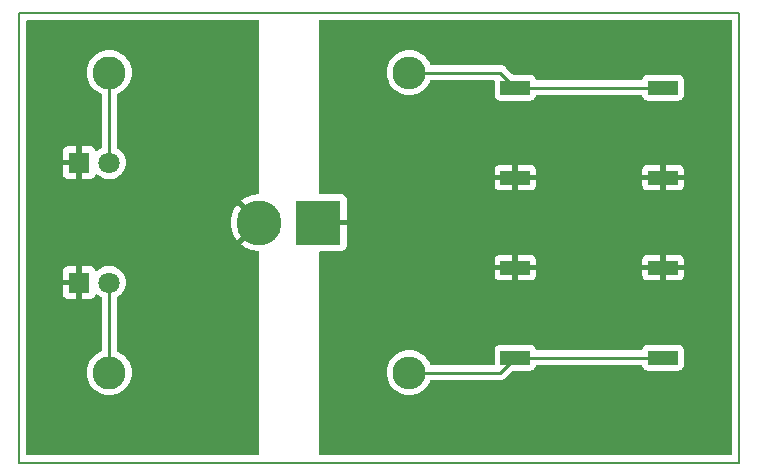
<source format=gbr>
%TF.GenerationSoftware,KiCad,Pcbnew,(7.0.0)*%
%TF.CreationDate,2023-04-15T14:43:57-07:00*%
%TF.ProjectId,LEDButton,4c454442-7574-4746-9f6e-2e6b69636164,rev?*%
%TF.SameCoordinates,Original*%
%TF.FileFunction,Profile,NP*%
%FSLAX46Y46*%
G04 Gerber Fmt 4.6, Leading zero omitted, Abs format (unit mm)*
G04 Created by KiCad (PCBNEW (7.0.0)) date 2023-04-15 14:43:57*
%MOMM*%
%LPD*%
G01*
G04 APERTURE LIST*
%TA.AperFunction,NonConductor*%
%ADD10C,0.200000*%
%TD*%
%TA.AperFunction,ComponentPad*%
%ADD11R,3.800000X3.800000*%
%TD*%
%TA.AperFunction,ComponentPad*%
%ADD12C,3.800000*%
%TD*%
%TA.AperFunction,SMDPad,CuDef*%
%ADD13R,2.500000X1.200000*%
%TD*%
%TA.AperFunction,ComponentPad*%
%ADD14R,1.800000X1.800000*%
%TD*%
%TA.AperFunction,ComponentPad*%
%ADD15C,1.800000*%
%TD*%
%TA.AperFunction,ComponentPad*%
%ADD16C,2.800000*%
%TD*%
%TA.AperFunction,ComponentPad*%
%ADD17O,2.800000X2.800000*%
%TD*%
%TA.AperFunction,Conductor*%
%ADD18C,0.250000*%
%TD*%
G04 APERTURE END LIST*
D10*
X82450000Y-74930000D02*
X143410000Y-74930000D01*
X143410000Y-74930000D02*
X143410000Y-113030000D01*
X143410000Y-113030000D02*
X82450000Y-113030000D01*
X82450000Y-113030000D02*
X82450000Y-74930000D01*
D11*
%TO.P,J1,1,Pin_1*%
%TO.N,+5V*%
X107769999Y-92709999D03*
D12*
%TO.P,J1,2,Pin_2*%
%TO.N,GND*%
X102770000Y-92710000D03*
%TD*%
D13*
%TO.P,SW2,1,A*%
%TO.N,Net-(R2-Pad2)*%
X124459999Y-104139999D03*
%TO.P,SW2,2,A*%
X136959999Y-104139999D03*
%TO.P,SW2,3,B*%
%TO.N,+5V*%
X124459999Y-96519999D03*
%TO.P,SW2,4,B*%
X136959999Y-96519999D03*
%TD*%
%TO.P,SW1,1,A*%
%TO.N,Net-(R1-Pad2)*%
X136959999Y-81279999D03*
%TO.P,SW1,2,A*%
X124459999Y-81279999D03*
%TO.P,SW1,3,B*%
%TO.N,+5V*%
X136959999Y-88899999D03*
%TO.P,SW1,4,B*%
X124459999Y-88899999D03*
%TD*%
D14*
%TO.P,D2,1,K*%
%TO.N,GND*%
X87529999Y-97789999D03*
D15*
%TO.P,D2,2,A*%
%TO.N,Net-(D2-A)*%
X90070000Y-97790000D03*
%TD*%
D14*
%TO.P,D1,1,K*%
%TO.N,GND*%
X87529999Y-87629999D03*
D15*
%TO.P,D1,2,A*%
%TO.N,Net-(D1-A)*%
X90070000Y-87630000D03*
%TD*%
D16*
%TO.P,R2,1*%
%TO.N,Net-(D2-A)*%
X90070000Y-105410000D03*
D17*
%TO.P,R2,2*%
%TO.N,Net-(R2-Pad2)*%
X115469999Y-105409999D03*
%TD*%
D16*
%TO.P,R1,1*%
%TO.N,Net-(D1-A)*%
X90070000Y-80010000D03*
D17*
%TO.P,R1,2*%
%TO.N,Net-(R1-Pad2)*%
X115469999Y-80009999D03*
%TD*%
D18*
%TO.N,Net-(D2-A)*%
X90070000Y-105410000D02*
X90070000Y-97790000D01*
%TO.N,Net-(R2-Pad2)*%
X123190000Y-105410000D02*
X124460000Y-104140000D01*
X115470000Y-105410000D02*
X123190000Y-105410000D01*
X124460000Y-104140000D02*
X136960000Y-104140000D01*
%TO.N,Net-(R1-Pad2)*%
X124460000Y-81280000D02*
X136960000Y-81280000D01*
X123190000Y-80010000D02*
X124460000Y-81280000D01*
X115470000Y-80010000D02*
X123190000Y-80010000D01*
%TO.N,Net-(D1-A)*%
X90070000Y-87630000D02*
X90070000Y-80010000D01*
%TD*%
%TA.AperFunction,Conductor*%
%TO.N,GND*%
G36*
X102708000Y-75547113D02*
G01*
X102753387Y-75592500D01*
X102770000Y-75654500D01*
X102770000Y-90186000D01*
X102753387Y-90248000D01*
X102708000Y-90293387D01*
X102646000Y-90310000D01*
X102622899Y-90310000D01*
X102615140Y-90310488D01*
X102323256Y-90347362D01*
X102315625Y-90348817D01*
X102030665Y-90421983D01*
X102023270Y-90424386D01*
X101749733Y-90532686D01*
X101742694Y-90535999D01*
X101484899Y-90677723D01*
X101478309Y-90681905D01*
X101267441Y-90835109D01*
X101260167Y-90843295D01*
X101266073Y-90852520D01*
X102770000Y-92356447D01*
X102770000Y-93063551D01*
X101266071Y-94567480D01*
X101260167Y-94576704D01*
X101267438Y-94584887D01*
X101478320Y-94738102D01*
X101484891Y-94742272D01*
X101742694Y-94884000D01*
X101749733Y-94887313D01*
X102023270Y-94995613D01*
X102030665Y-94998016D01*
X102315625Y-95071182D01*
X102323256Y-95072637D01*
X102615140Y-95109511D01*
X102622899Y-95110000D01*
X102646000Y-95110000D01*
X102708000Y-95126613D01*
X102753387Y-95172000D01*
X102770000Y-95234000D01*
X102770000Y-112305500D01*
X102753387Y-112367500D01*
X102708000Y-112412887D01*
X102646000Y-112429500D01*
X83174500Y-112429500D01*
X83112500Y-112412887D01*
X83067113Y-112367500D01*
X83050500Y-112305500D01*
X83050500Y-98734518D01*
X86130000Y-98734518D01*
X86130353Y-98741114D01*
X86135573Y-98789667D01*
X86139111Y-98804641D01*
X86183547Y-98923777D01*
X86191962Y-98939189D01*
X86267498Y-99040092D01*
X86279907Y-99052501D01*
X86380810Y-99128037D01*
X86396222Y-99136452D01*
X86515358Y-99180888D01*
X86530332Y-99184426D01*
X86578885Y-99189646D01*
X86585482Y-99190000D01*
X87263674Y-99190000D01*
X87276549Y-99186549D01*
X87280000Y-99173674D01*
X87780000Y-99173674D01*
X87783450Y-99186549D01*
X87796326Y-99190000D01*
X88474518Y-99190000D01*
X88481114Y-99189646D01*
X88529667Y-99184426D01*
X88544641Y-99180888D01*
X88663777Y-99136452D01*
X88679189Y-99128037D01*
X88780092Y-99052501D01*
X88792501Y-99040092D01*
X88868037Y-98939189D01*
X88876452Y-98923777D01*
X88902075Y-98855081D01*
X88938026Y-98803867D01*
X88994408Y-98776729D01*
X89056862Y-98780577D01*
X89109486Y-98814430D01*
X89118216Y-98823913D01*
X89301374Y-98966470D01*
X89364898Y-99000847D01*
X89379517Y-99008759D01*
X89427023Y-99054340D01*
X89444500Y-99117814D01*
X89444500Y-103528813D01*
X89434488Y-103577626D01*
X89406070Y-103618556D01*
X89363834Y-103644995D01*
X89282636Y-103675280D01*
X89282630Y-103675282D01*
X89278487Y-103676828D01*
X89274609Y-103678945D01*
X89274597Y-103678951D01*
X89043780Y-103804986D01*
X89043766Y-103804994D01*
X89039887Y-103807113D01*
X89036341Y-103809766D01*
X89036337Y-103809770D01*
X88825801Y-103967376D01*
X88825794Y-103967381D01*
X88822258Y-103970029D01*
X88819132Y-103973154D01*
X88819125Y-103973161D01*
X88633161Y-104159125D01*
X88633154Y-104159132D01*
X88630029Y-104162258D01*
X88627381Y-104165794D01*
X88627376Y-104165801D01*
X88469770Y-104376337D01*
X88469766Y-104376341D01*
X88467113Y-104379887D01*
X88464994Y-104383766D01*
X88464986Y-104383780D01*
X88338951Y-104614597D01*
X88338945Y-104614609D01*
X88336828Y-104618487D01*
X88335284Y-104622624D01*
X88335280Y-104622635D01*
X88243370Y-104869055D01*
X88243367Y-104869063D01*
X88241825Y-104873199D01*
X88240884Y-104877521D01*
X88240884Y-104877524D01*
X88184981Y-105134506D01*
X88184979Y-105134516D01*
X88184039Y-105138840D01*
X88183723Y-105143251D01*
X88183722Y-105143262D01*
X88165321Y-105400541D01*
X88164645Y-105410000D01*
X88164961Y-105414418D01*
X88183722Y-105676737D01*
X88183723Y-105676746D01*
X88184039Y-105681160D01*
X88184979Y-105685485D01*
X88184981Y-105685493D01*
X88236178Y-105920843D01*
X88241825Y-105946801D01*
X88336828Y-106201513D01*
X88338948Y-106205395D01*
X88338951Y-106205402D01*
X88464986Y-106436219D01*
X88464990Y-106436226D01*
X88467113Y-106440113D01*
X88630029Y-106657742D01*
X88822258Y-106849971D01*
X89039887Y-107012887D01*
X89278487Y-107143172D01*
X89533199Y-107238175D01*
X89798840Y-107295961D01*
X90070000Y-107315355D01*
X90341160Y-107295961D01*
X90606801Y-107238175D01*
X90861513Y-107143172D01*
X91100113Y-107012887D01*
X91317742Y-106849971D01*
X91509971Y-106657742D01*
X91672887Y-106440113D01*
X91803172Y-106201513D01*
X91898175Y-105946801D01*
X91955961Y-105681160D01*
X91975355Y-105410000D01*
X91955961Y-105138840D01*
X91898175Y-104873199D01*
X91803172Y-104618487D01*
X91672887Y-104379887D01*
X91509971Y-104162258D01*
X91317742Y-103970029D01*
X91100113Y-103807113D01*
X91096226Y-103804990D01*
X91096219Y-103804986D01*
X90865402Y-103678951D01*
X90865395Y-103678948D01*
X90861513Y-103676828D01*
X90776166Y-103644995D01*
X90733930Y-103618556D01*
X90705512Y-103577626D01*
X90695500Y-103528813D01*
X90695500Y-99117814D01*
X90712977Y-99054340D01*
X90760483Y-99008759D01*
X90766645Y-99005424D01*
X90838626Y-98966470D01*
X91021784Y-98823913D01*
X91178979Y-98653153D01*
X91305924Y-98458849D01*
X91399157Y-98246300D01*
X91456134Y-98021305D01*
X91475300Y-97790000D01*
X91456134Y-97558695D01*
X91399157Y-97333700D01*
X91305924Y-97121151D01*
X91178979Y-96926847D01*
X91021784Y-96756087D01*
X90873675Y-96640810D01*
X90842672Y-96616679D01*
X90842671Y-96616678D01*
X90838626Y-96613530D01*
X90702583Y-96539907D01*
X90639007Y-96505501D01*
X90639002Y-96505499D01*
X90634503Y-96503064D01*
X90629657Y-96501400D01*
X90629654Y-96501399D01*
X90419834Y-96429368D01*
X90419833Y-96429367D01*
X90414981Y-96427702D01*
X90409931Y-96426859D01*
X90409922Y-96426857D01*
X90191111Y-96390344D01*
X90191102Y-96390343D01*
X90186049Y-96389500D01*
X89953951Y-96389500D01*
X89948898Y-96390343D01*
X89948888Y-96390344D01*
X89730077Y-96426857D01*
X89730065Y-96426859D01*
X89725019Y-96427702D01*
X89720169Y-96429366D01*
X89720165Y-96429368D01*
X89510345Y-96501399D01*
X89510337Y-96501402D01*
X89505497Y-96503064D01*
X89501001Y-96505496D01*
X89500992Y-96505501D01*
X89305882Y-96611090D01*
X89305878Y-96611092D01*
X89301374Y-96613530D01*
X89297334Y-96616674D01*
X89297327Y-96616679D01*
X89122263Y-96752936D01*
X89122255Y-96752943D01*
X89118216Y-96756087D01*
X89114743Y-96759858D01*
X89114736Y-96759866D01*
X89109481Y-96765574D01*
X89056857Y-96799424D01*
X88994405Y-96803269D01*
X88938025Y-96776131D01*
X88902075Y-96724918D01*
X88876452Y-96656222D01*
X88868037Y-96640810D01*
X88792501Y-96539907D01*
X88780092Y-96527498D01*
X88679189Y-96451962D01*
X88663777Y-96443547D01*
X88544641Y-96399111D01*
X88529667Y-96395573D01*
X88481114Y-96390353D01*
X88474518Y-96390000D01*
X87796326Y-96390000D01*
X87783450Y-96393450D01*
X87780000Y-96406326D01*
X87780000Y-99173674D01*
X87280000Y-99173674D01*
X87280000Y-98056326D01*
X87276549Y-98043450D01*
X87263674Y-98040000D01*
X86146326Y-98040000D01*
X86133450Y-98043450D01*
X86130000Y-98056326D01*
X86130000Y-98734518D01*
X83050500Y-98734518D01*
X83050500Y-97523674D01*
X86130000Y-97523674D01*
X86133450Y-97536549D01*
X86146326Y-97540000D01*
X87263674Y-97540000D01*
X87276549Y-97536549D01*
X87280000Y-97523674D01*
X87280000Y-96406326D01*
X87276549Y-96393450D01*
X87263674Y-96390000D01*
X86585482Y-96390000D01*
X86578885Y-96390353D01*
X86530332Y-96395573D01*
X86515358Y-96399111D01*
X86396222Y-96443547D01*
X86380810Y-96451962D01*
X86279907Y-96527498D01*
X86267498Y-96539907D01*
X86191962Y-96640810D01*
X86183547Y-96656222D01*
X86139111Y-96775358D01*
X86135573Y-96790332D01*
X86130353Y-96838885D01*
X86130000Y-96845482D01*
X86130000Y-97523674D01*
X83050500Y-97523674D01*
X83050500Y-92713894D01*
X100365500Y-92713894D01*
X100383972Y-93007500D01*
X100384946Y-93015220D01*
X100440073Y-93304206D01*
X100442009Y-93311745D01*
X100532921Y-93591541D01*
X100535781Y-93598765D01*
X100661050Y-93864976D01*
X100664792Y-93871782D01*
X100822430Y-94120181D01*
X100827006Y-94126479D01*
X100894273Y-94207790D01*
X100905575Y-94215558D01*
X100917557Y-94208888D01*
X102404904Y-92721542D01*
X102411568Y-92710000D01*
X102404904Y-92698457D01*
X100917558Y-91211111D01*
X100905574Y-91204441D01*
X100894273Y-91212208D01*
X100827001Y-91293526D01*
X100822434Y-91299812D01*
X100664792Y-91548217D01*
X100661050Y-91555023D01*
X100535781Y-91821234D01*
X100532921Y-91828458D01*
X100442009Y-92108254D01*
X100440073Y-92115793D01*
X100384946Y-92404779D01*
X100383972Y-92412499D01*
X100365500Y-92706106D01*
X100365500Y-92713894D01*
X83050500Y-92713894D01*
X83050500Y-88574518D01*
X86130000Y-88574518D01*
X86130353Y-88581114D01*
X86135573Y-88629667D01*
X86139111Y-88644641D01*
X86183547Y-88763777D01*
X86191962Y-88779189D01*
X86267498Y-88880092D01*
X86279907Y-88892501D01*
X86380810Y-88968037D01*
X86396222Y-88976452D01*
X86515358Y-89020888D01*
X86530332Y-89024426D01*
X86578885Y-89029646D01*
X86585482Y-89030000D01*
X87263674Y-89030000D01*
X87276549Y-89026549D01*
X87280000Y-89013674D01*
X87780000Y-89013674D01*
X87783450Y-89026549D01*
X87796326Y-89030000D01*
X88474518Y-89030000D01*
X88481114Y-89029646D01*
X88529667Y-89024426D01*
X88544641Y-89020888D01*
X88663777Y-88976452D01*
X88679189Y-88968037D01*
X88780092Y-88892501D01*
X88792501Y-88880092D01*
X88868037Y-88779189D01*
X88876452Y-88763777D01*
X88902075Y-88695081D01*
X88938026Y-88643867D01*
X88994408Y-88616729D01*
X89056862Y-88620577D01*
X89109486Y-88654430D01*
X89118216Y-88663913D01*
X89301374Y-88806470D01*
X89505497Y-88916936D01*
X89725019Y-88992298D01*
X89953951Y-89030500D01*
X90180916Y-89030500D01*
X90186049Y-89030500D01*
X90414981Y-88992298D01*
X90634503Y-88916936D01*
X90838626Y-88806470D01*
X91021784Y-88663913D01*
X91178979Y-88493153D01*
X91305924Y-88298849D01*
X91399157Y-88086300D01*
X91456134Y-87861305D01*
X91475300Y-87630000D01*
X91456134Y-87398695D01*
X91399157Y-87173700D01*
X91305924Y-86961151D01*
X91178979Y-86766847D01*
X91021784Y-86596087D01*
X90873675Y-86480810D01*
X90842672Y-86456679D01*
X90842671Y-86456678D01*
X90838626Y-86453530D01*
X90760483Y-86411241D01*
X90712977Y-86365660D01*
X90695500Y-86302186D01*
X90695500Y-81891187D01*
X90705512Y-81842374D01*
X90733930Y-81801444D01*
X90776166Y-81775005D01*
X90779161Y-81773887D01*
X90861513Y-81743172D01*
X91100113Y-81612887D01*
X91317742Y-81449971D01*
X91509971Y-81257742D01*
X91672887Y-81040113D01*
X91803172Y-80801513D01*
X91898175Y-80546801D01*
X91955961Y-80281160D01*
X91975355Y-80010000D01*
X91955961Y-79738840D01*
X91898175Y-79473199D01*
X91803172Y-79218487D01*
X91672887Y-78979887D01*
X91509971Y-78762258D01*
X91317742Y-78570029D01*
X91100113Y-78407113D01*
X91096226Y-78404990D01*
X91096219Y-78404986D01*
X90865402Y-78278951D01*
X90865395Y-78278948D01*
X90861513Y-78276828D01*
X90857369Y-78275282D01*
X90857364Y-78275280D01*
X90610944Y-78183370D01*
X90610940Y-78183369D01*
X90606801Y-78181825D01*
X90580843Y-78176178D01*
X90345493Y-78124981D01*
X90345485Y-78124979D01*
X90341160Y-78124039D01*
X90336746Y-78123723D01*
X90336737Y-78123722D01*
X90074418Y-78104961D01*
X90070000Y-78104645D01*
X90065582Y-78104961D01*
X89803262Y-78123722D01*
X89803251Y-78123723D01*
X89798840Y-78124039D01*
X89794516Y-78124979D01*
X89794506Y-78124981D01*
X89537524Y-78180884D01*
X89537521Y-78180884D01*
X89533199Y-78181825D01*
X89529063Y-78183367D01*
X89529055Y-78183370D01*
X89282635Y-78275280D01*
X89282624Y-78275284D01*
X89278487Y-78276828D01*
X89274609Y-78278945D01*
X89274597Y-78278951D01*
X89043780Y-78404986D01*
X89043766Y-78404994D01*
X89039887Y-78407113D01*
X89036341Y-78409766D01*
X89036337Y-78409770D01*
X88825801Y-78567376D01*
X88825794Y-78567381D01*
X88822258Y-78570029D01*
X88819132Y-78573154D01*
X88819125Y-78573161D01*
X88633161Y-78759125D01*
X88633154Y-78759132D01*
X88630029Y-78762258D01*
X88627381Y-78765794D01*
X88627376Y-78765801D01*
X88469770Y-78976337D01*
X88469766Y-78976341D01*
X88467113Y-78979887D01*
X88464994Y-78983766D01*
X88464986Y-78983780D01*
X88338951Y-79214597D01*
X88338945Y-79214609D01*
X88336828Y-79218487D01*
X88335284Y-79222624D01*
X88335280Y-79222635D01*
X88243370Y-79469055D01*
X88243367Y-79469063D01*
X88241825Y-79473199D01*
X88240884Y-79477521D01*
X88240884Y-79477524D01*
X88184981Y-79734506D01*
X88184979Y-79734516D01*
X88184039Y-79738840D01*
X88183723Y-79743251D01*
X88183722Y-79743262D01*
X88165321Y-80000541D01*
X88164645Y-80010000D01*
X88164961Y-80014418D01*
X88183722Y-80276737D01*
X88183723Y-80276746D01*
X88184039Y-80281160D01*
X88184979Y-80285485D01*
X88184981Y-80285493D01*
X88236178Y-80520843D01*
X88241825Y-80546801D01*
X88336828Y-80801513D01*
X88338948Y-80805395D01*
X88338951Y-80805402D01*
X88464986Y-81036219D01*
X88464990Y-81036226D01*
X88467113Y-81040113D01*
X88630029Y-81257742D01*
X88822258Y-81449971D01*
X89039887Y-81612887D01*
X89278487Y-81743172D01*
X89358766Y-81773114D01*
X89363834Y-81775005D01*
X89406070Y-81801444D01*
X89434488Y-81842374D01*
X89444500Y-81891187D01*
X89444500Y-86302186D01*
X89427023Y-86365660D01*
X89379517Y-86411241D01*
X89305887Y-86451087D01*
X89305880Y-86451090D01*
X89301374Y-86453530D01*
X89297334Y-86456674D01*
X89297327Y-86456679D01*
X89122263Y-86592936D01*
X89122255Y-86592943D01*
X89118216Y-86596087D01*
X89114743Y-86599858D01*
X89114736Y-86599866D01*
X89109481Y-86605574D01*
X89056857Y-86639424D01*
X88994405Y-86643269D01*
X88938025Y-86616131D01*
X88902075Y-86564918D01*
X88876452Y-86496222D01*
X88868037Y-86480810D01*
X88792501Y-86379907D01*
X88780092Y-86367498D01*
X88679189Y-86291962D01*
X88663777Y-86283547D01*
X88544641Y-86239111D01*
X88529667Y-86235573D01*
X88481114Y-86230353D01*
X88474518Y-86230000D01*
X87796326Y-86230000D01*
X87783450Y-86233450D01*
X87780000Y-86246326D01*
X87780000Y-89013674D01*
X87280000Y-89013674D01*
X87280000Y-87896326D01*
X87276549Y-87883450D01*
X87263674Y-87880000D01*
X86146326Y-87880000D01*
X86133450Y-87883450D01*
X86130000Y-87896326D01*
X86130000Y-88574518D01*
X83050500Y-88574518D01*
X83050500Y-87363674D01*
X86130000Y-87363674D01*
X86133450Y-87376549D01*
X86146326Y-87380000D01*
X87263674Y-87380000D01*
X87276549Y-87376549D01*
X87280000Y-87363674D01*
X87280000Y-86246326D01*
X87276549Y-86233450D01*
X87263674Y-86230000D01*
X86585482Y-86230000D01*
X86578885Y-86230353D01*
X86530332Y-86235573D01*
X86515358Y-86239111D01*
X86396222Y-86283547D01*
X86380810Y-86291962D01*
X86279907Y-86367498D01*
X86267498Y-86379907D01*
X86191962Y-86480810D01*
X86183547Y-86496222D01*
X86139111Y-86615358D01*
X86135573Y-86630332D01*
X86130353Y-86678885D01*
X86130000Y-86685482D01*
X86130000Y-87363674D01*
X83050500Y-87363674D01*
X83050500Y-75654500D01*
X83067113Y-75592500D01*
X83112500Y-75547113D01*
X83174500Y-75530500D01*
X102646000Y-75530500D01*
X102708000Y-75547113D01*
G37*
%TD.AperFunction*%
%TD*%
%TA.AperFunction,Conductor*%
%TO.N,+5V*%
G36*
X142747500Y-75547113D02*
G01*
X142792887Y-75592500D01*
X142809500Y-75654500D01*
X142809500Y-112305500D01*
X142792887Y-112367500D01*
X142747500Y-112412887D01*
X142685500Y-112429500D01*
X107974000Y-112429500D01*
X107912000Y-112412887D01*
X107866613Y-112367500D01*
X107850000Y-112305500D01*
X107850000Y-105410000D01*
X113564645Y-105410000D01*
X113564961Y-105414418D01*
X113583722Y-105676737D01*
X113583723Y-105676746D01*
X113584039Y-105681160D01*
X113584979Y-105685485D01*
X113584981Y-105685493D01*
X113633421Y-105908170D01*
X113641825Y-105946801D01*
X113643369Y-105950940D01*
X113643370Y-105950944D01*
X113689241Y-106073930D01*
X113736828Y-106201513D01*
X113738948Y-106205395D01*
X113738951Y-106205402D01*
X113864986Y-106436219D01*
X113864990Y-106436226D01*
X113867113Y-106440113D01*
X114030029Y-106657742D01*
X114222258Y-106849971D01*
X114439887Y-107012887D01*
X114678487Y-107143172D01*
X114933199Y-107238175D01*
X115198840Y-107295961D01*
X115470000Y-107315355D01*
X115741160Y-107295961D01*
X116006801Y-107238175D01*
X116261513Y-107143172D01*
X116500113Y-107012887D01*
X116717742Y-106849971D01*
X116909971Y-106657742D01*
X117072887Y-106440113D01*
X117203172Y-106201513D01*
X117235004Y-106116166D01*
X117261444Y-106073930D01*
X117302374Y-106045512D01*
X117351187Y-106035500D01*
X123112225Y-106035500D01*
X123123280Y-106036021D01*
X123130667Y-106037673D01*
X123197872Y-106035561D01*
X123201768Y-106035500D01*
X123225448Y-106035500D01*
X123229350Y-106035500D01*
X123233313Y-106034999D01*
X123244963Y-106034080D01*
X123288627Y-106032709D01*
X123307861Y-106027119D01*
X123326917Y-106023174D01*
X123346792Y-106020664D01*
X123387395Y-106004587D01*
X123398450Y-106000802D01*
X123440390Y-105988618D01*
X123457629Y-105978422D01*
X123475103Y-105969862D01*
X123486474Y-105965360D01*
X123486476Y-105965358D01*
X123493732Y-105962486D01*
X123529069Y-105936811D01*
X123538824Y-105930403D01*
X123576420Y-105908170D01*
X123590584Y-105894005D01*
X123605379Y-105881368D01*
X123621587Y-105869594D01*
X123649428Y-105835938D01*
X123657279Y-105827309D01*
X124207770Y-105276818D01*
X124247999Y-105249938D01*
X124295452Y-105240499D01*
X125754561Y-105240499D01*
X125757872Y-105240499D01*
X125817483Y-105234091D01*
X125952331Y-105183796D01*
X126067546Y-105097546D01*
X126153796Y-104982331D01*
X126204091Y-104847483D01*
X126206140Y-104848247D01*
X126224033Y-104811693D01*
X126267068Y-104777643D01*
X126320584Y-104765500D01*
X135099416Y-104765500D01*
X135152932Y-104777643D01*
X135195967Y-104811693D01*
X135213859Y-104848247D01*
X135215909Y-104847483D01*
X135266204Y-104982331D01*
X135352454Y-105097546D01*
X135467669Y-105183796D01*
X135602517Y-105234091D01*
X135662127Y-105240500D01*
X138257872Y-105240499D01*
X138317483Y-105234091D01*
X138452331Y-105183796D01*
X138567546Y-105097546D01*
X138653796Y-104982331D01*
X138704091Y-104847483D01*
X138710500Y-104787873D01*
X138710499Y-103492128D01*
X138704091Y-103432517D01*
X138653796Y-103297669D01*
X138567546Y-103182454D01*
X138452331Y-103096204D01*
X138317483Y-103045909D01*
X138309770Y-103045079D01*
X138309767Y-103045079D01*
X138261180Y-103039855D01*
X138261169Y-103039854D01*
X138257873Y-103039500D01*
X138254550Y-103039500D01*
X135665439Y-103039500D01*
X135665420Y-103039500D01*
X135662128Y-103039501D01*
X135658850Y-103039853D01*
X135658838Y-103039854D01*
X135610231Y-103045079D01*
X135610225Y-103045080D01*
X135602517Y-103045909D01*
X135595252Y-103048618D01*
X135595246Y-103048620D01*
X135475980Y-103093104D01*
X135475978Y-103093104D01*
X135467669Y-103096204D01*
X135460572Y-103101516D01*
X135460568Y-103101519D01*
X135359550Y-103177141D01*
X135359546Y-103177144D01*
X135352454Y-103182454D01*
X135347144Y-103189546D01*
X135347141Y-103189550D01*
X135271519Y-103290568D01*
X135271516Y-103290572D01*
X135266204Y-103297669D01*
X135263104Y-103305978D01*
X135263104Y-103305980D01*
X135215909Y-103432517D01*
X135213859Y-103431752D01*
X135195967Y-103468307D01*
X135152932Y-103502357D01*
X135099416Y-103514500D01*
X126320584Y-103514500D01*
X126267068Y-103502357D01*
X126224033Y-103468307D01*
X126206140Y-103431752D01*
X126204091Y-103432517D01*
X126153796Y-103297669D01*
X126067546Y-103182454D01*
X125952331Y-103096204D01*
X125817483Y-103045909D01*
X125809770Y-103045079D01*
X125809767Y-103045079D01*
X125761180Y-103039855D01*
X125761169Y-103039854D01*
X125757873Y-103039500D01*
X125754550Y-103039500D01*
X123165439Y-103039500D01*
X123165420Y-103039500D01*
X123162128Y-103039501D01*
X123158850Y-103039853D01*
X123158838Y-103039854D01*
X123110231Y-103045079D01*
X123110225Y-103045080D01*
X123102517Y-103045909D01*
X123095252Y-103048618D01*
X123095246Y-103048620D01*
X122975980Y-103093104D01*
X122975978Y-103093104D01*
X122967669Y-103096204D01*
X122960572Y-103101516D01*
X122960568Y-103101519D01*
X122859550Y-103177141D01*
X122859546Y-103177144D01*
X122852454Y-103182454D01*
X122847144Y-103189546D01*
X122847141Y-103189550D01*
X122771519Y-103290568D01*
X122771516Y-103290572D01*
X122766204Y-103297669D01*
X122763104Y-103305978D01*
X122763104Y-103305980D01*
X122718620Y-103425247D01*
X122718619Y-103425250D01*
X122715909Y-103432517D01*
X122715079Y-103440227D01*
X122715079Y-103440232D01*
X122709855Y-103488819D01*
X122709854Y-103488831D01*
X122709500Y-103492127D01*
X122709500Y-103495448D01*
X122709500Y-103495449D01*
X122709501Y-104660500D01*
X122692888Y-104722500D01*
X122647501Y-104767887D01*
X122585501Y-104784500D01*
X117351187Y-104784500D01*
X117302374Y-104774488D01*
X117261444Y-104746070D01*
X117235005Y-104703834D01*
X117218842Y-104660500D01*
X117203172Y-104618487D01*
X117072887Y-104379887D01*
X116909971Y-104162258D01*
X116717742Y-103970029D01*
X116500113Y-103807113D01*
X116496226Y-103804990D01*
X116496219Y-103804986D01*
X116265402Y-103678951D01*
X116265395Y-103678948D01*
X116261513Y-103676828D01*
X116257369Y-103675282D01*
X116257364Y-103675280D01*
X116010944Y-103583370D01*
X116010940Y-103583369D01*
X116006801Y-103581825D01*
X115980843Y-103576178D01*
X115745493Y-103524981D01*
X115745485Y-103524979D01*
X115741160Y-103524039D01*
X115736746Y-103523723D01*
X115736737Y-103523722D01*
X115474418Y-103504961D01*
X115470000Y-103504645D01*
X115465582Y-103504961D01*
X115203262Y-103523722D01*
X115203251Y-103523723D01*
X115198840Y-103524039D01*
X115194516Y-103524979D01*
X115194506Y-103524981D01*
X114937524Y-103580884D01*
X114937521Y-103580884D01*
X114933199Y-103581825D01*
X114929063Y-103583367D01*
X114929055Y-103583370D01*
X114682635Y-103675280D01*
X114682624Y-103675284D01*
X114678487Y-103676828D01*
X114674609Y-103678945D01*
X114674597Y-103678951D01*
X114443780Y-103804986D01*
X114443766Y-103804994D01*
X114439887Y-103807113D01*
X114436341Y-103809766D01*
X114436337Y-103809770D01*
X114225801Y-103967376D01*
X114225794Y-103967381D01*
X114222258Y-103970029D01*
X114219132Y-103973154D01*
X114219125Y-103973161D01*
X114033161Y-104159125D01*
X114033154Y-104159132D01*
X114030029Y-104162258D01*
X114027381Y-104165794D01*
X114027376Y-104165801D01*
X113869770Y-104376337D01*
X113869766Y-104376341D01*
X113867113Y-104379887D01*
X113864994Y-104383766D01*
X113864986Y-104383780D01*
X113738951Y-104614597D01*
X113738945Y-104614609D01*
X113736828Y-104618487D01*
X113735284Y-104622624D01*
X113735280Y-104622635D01*
X113643370Y-104869055D01*
X113643367Y-104869063D01*
X113641825Y-104873199D01*
X113640884Y-104877521D01*
X113640884Y-104877524D01*
X113584981Y-105134506D01*
X113584979Y-105134516D01*
X113584039Y-105138840D01*
X113583723Y-105143251D01*
X113583722Y-105143262D01*
X113576793Y-105240145D01*
X113564645Y-105410000D01*
X107850000Y-105410000D01*
X107850000Y-97164518D01*
X122710000Y-97164518D01*
X122710353Y-97171114D01*
X122715573Y-97219667D01*
X122719111Y-97234641D01*
X122763547Y-97353777D01*
X122771962Y-97369189D01*
X122847498Y-97470092D01*
X122859907Y-97482501D01*
X122960810Y-97558037D01*
X122976222Y-97566452D01*
X123095358Y-97610888D01*
X123110332Y-97614426D01*
X123158885Y-97619646D01*
X123165482Y-97620000D01*
X124193674Y-97620000D01*
X124206549Y-97616549D01*
X124210000Y-97603674D01*
X124710000Y-97603674D01*
X124713450Y-97616549D01*
X124726326Y-97620000D01*
X125754518Y-97620000D01*
X125761114Y-97619646D01*
X125809667Y-97614426D01*
X125824641Y-97610888D01*
X125943777Y-97566452D01*
X125959189Y-97558037D01*
X126060092Y-97482501D01*
X126072501Y-97470092D01*
X126148037Y-97369189D01*
X126156452Y-97353777D01*
X126200888Y-97234641D01*
X126204426Y-97219667D01*
X126209646Y-97171114D01*
X126210000Y-97164518D01*
X135210000Y-97164518D01*
X135210353Y-97171114D01*
X135215573Y-97219667D01*
X135219111Y-97234641D01*
X135263547Y-97353777D01*
X135271962Y-97369189D01*
X135347498Y-97470092D01*
X135359907Y-97482501D01*
X135460810Y-97558037D01*
X135476222Y-97566452D01*
X135595358Y-97610888D01*
X135610332Y-97614426D01*
X135658885Y-97619646D01*
X135665482Y-97620000D01*
X136693674Y-97620000D01*
X136706549Y-97616549D01*
X136710000Y-97603674D01*
X137210000Y-97603674D01*
X137213450Y-97616549D01*
X137226326Y-97620000D01*
X138254518Y-97620000D01*
X138261114Y-97619646D01*
X138309667Y-97614426D01*
X138324641Y-97610888D01*
X138443777Y-97566452D01*
X138459189Y-97558037D01*
X138560092Y-97482501D01*
X138572501Y-97470092D01*
X138648037Y-97369189D01*
X138656452Y-97353777D01*
X138700888Y-97234641D01*
X138704426Y-97219667D01*
X138709646Y-97171114D01*
X138710000Y-97164518D01*
X138710000Y-96786326D01*
X138706549Y-96773450D01*
X138693674Y-96770000D01*
X137226326Y-96770000D01*
X137213450Y-96773450D01*
X137210000Y-96786326D01*
X137210000Y-97603674D01*
X136710000Y-97603674D01*
X136710000Y-96786326D01*
X136706549Y-96773450D01*
X136693674Y-96770000D01*
X135226326Y-96770000D01*
X135213450Y-96773450D01*
X135210000Y-96786326D01*
X135210000Y-97164518D01*
X126210000Y-97164518D01*
X126210000Y-96786326D01*
X126206549Y-96773450D01*
X126193674Y-96770000D01*
X124726326Y-96770000D01*
X124713450Y-96773450D01*
X124710000Y-96786326D01*
X124710000Y-97603674D01*
X124210000Y-97603674D01*
X124210000Y-96786326D01*
X124206549Y-96773450D01*
X124193674Y-96770000D01*
X122726326Y-96770000D01*
X122713450Y-96773450D01*
X122710000Y-96786326D01*
X122710000Y-97164518D01*
X107850000Y-97164518D01*
X107850000Y-96253674D01*
X122710000Y-96253674D01*
X122713450Y-96266549D01*
X122726326Y-96270000D01*
X124193674Y-96270000D01*
X124206549Y-96266549D01*
X124210000Y-96253674D01*
X124710000Y-96253674D01*
X124713450Y-96266549D01*
X124726326Y-96270000D01*
X126193674Y-96270000D01*
X126206549Y-96266549D01*
X126210000Y-96253674D01*
X135210000Y-96253674D01*
X135213450Y-96266549D01*
X135226326Y-96270000D01*
X136693674Y-96270000D01*
X136706549Y-96266549D01*
X136710000Y-96253674D01*
X137210000Y-96253674D01*
X137213450Y-96266549D01*
X137226326Y-96270000D01*
X138693674Y-96270000D01*
X138706549Y-96266549D01*
X138710000Y-96253674D01*
X138710000Y-95875482D01*
X138709646Y-95868885D01*
X138704426Y-95820332D01*
X138700888Y-95805358D01*
X138656452Y-95686222D01*
X138648037Y-95670810D01*
X138572501Y-95569907D01*
X138560092Y-95557498D01*
X138459189Y-95481962D01*
X138443777Y-95473547D01*
X138324641Y-95429111D01*
X138309667Y-95425573D01*
X138261114Y-95420353D01*
X138254518Y-95420000D01*
X137226326Y-95420000D01*
X137213450Y-95423450D01*
X137210000Y-95436326D01*
X137210000Y-96253674D01*
X136710000Y-96253674D01*
X136710000Y-95436326D01*
X136706549Y-95423450D01*
X136693674Y-95420000D01*
X135665482Y-95420000D01*
X135658885Y-95420353D01*
X135610332Y-95425573D01*
X135595358Y-95429111D01*
X135476222Y-95473547D01*
X135460810Y-95481962D01*
X135359907Y-95557498D01*
X135347498Y-95569907D01*
X135271962Y-95670810D01*
X135263547Y-95686222D01*
X135219111Y-95805358D01*
X135215573Y-95820332D01*
X135210353Y-95868885D01*
X135210000Y-95875482D01*
X135210000Y-96253674D01*
X126210000Y-96253674D01*
X126210000Y-95875482D01*
X126209646Y-95868885D01*
X126204426Y-95820332D01*
X126200888Y-95805358D01*
X126156452Y-95686222D01*
X126148037Y-95670810D01*
X126072501Y-95569907D01*
X126060092Y-95557498D01*
X125959189Y-95481962D01*
X125943777Y-95473547D01*
X125824641Y-95429111D01*
X125809667Y-95425573D01*
X125761114Y-95420353D01*
X125754518Y-95420000D01*
X124726326Y-95420000D01*
X124713450Y-95423450D01*
X124710000Y-95436326D01*
X124710000Y-96253674D01*
X124210000Y-96253674D01*
X124210000Y-95436326D01*
X124206549Y-95423450D01*
X124193674Y-95420000D01*
X123165482Y-95420000D01*
X123158885Y-95420353D01*
X123110332Y-95425573D01*
X123095358Y-95429111D01*
X122976222Y-95473547D01*
X122960810Y-95481962D01*
X122859907Y-95557498D01*
X122847498Y-95569907D01*
X122771962Y-95670810D01*
X122763547Y-95686222D01*
X122719111Y-95805358D01*
X122715573Y-95820332D01*
X122710353Y-95868885D01*
X122710000Y-95875482D01*
X122710000Y-96253674D01*
X107850000Y-96253674D01*
X107850000Y-95234000D01*
X107866613Y-95172000D01*
X107912000Y-95126613D01*
X107974000Y-95110000D01*
X109714518Y-95110000D01*
X109721114Y-95109646D01*
X109769667Y-95104426D01*
X109784641Y-95100888D01*
X109903777Y-95056452D01*
X109919189Y-95048037D01*
X110020092Y-94972501D01*
X110032501Y-94960092D01*
X110108037Y-94859189D01*
X110116452Y-94843777D01*
X110160888Y-94724641D01*
X110164426Y-94709667D01*
X110169646Y-94661114D01*
X110170000Y-94654518D01*
X110170000Y-92976326D01*
X110166549Y-92963450D01*
X110153674Y-92960000D01*
X107850000Y-92960000D01*
X107850000Y-92460000D01*
X110153674Y-92460000D01*
X110166549Y-92456549D01*
X110170000Y-92443674D01*
X110170000Y-90765482D01*
X110169646Y-90758885D01*
X110164426Y-90710332D01*
X110160888Y-90695358D01*
X110116452Y-90576222D01*
X110108037Y-90560810D01*
X110032501Y-90459907D01*
X110020092Y-90447498D01*
X109919189Y-90371962D01*
X109903777Y-90363547D01*
X109784641Y-90319111D01*
X109769667Y-90315573D01*
X109721114Y-90310353D01*
X109714518Y-90310000D01*
X107974000Y-90310000D01*
X107912000Y-90293387D01*
X107866613Y-90248000D01*
X107850000Y-90186000D01*
X107850000Y-89544518D01*
X122710000Y-89544518D01*
X122710353Y-89551114D01*
X122715573Y-89599667D01*
X122719111Y-89614641D01*
X122763547Y-89733777D01*
X122771962Y-89749189D01*
X122847498Y-89850092D01*
X122859907Y-89862501D01*
X122960810Y-89938037D01*
X122976222Y-89946452D01*
X123095358Y-89990888D01*
X123110332Y-89994426D01*
X123158885Y-89999646D01*
X123165482Y-90000000D01*
X124193674Y-90000000D01*
X124206549Y-89996549D01*
X124210000Y-89983674D01*
X124710000Y-89983674D01*
X124713450Y-89996549D01*
X124726326Y-90000000D01*
X125754518Y-90000000D01*
X125761114Y-89999646D01*
X125809667Y-89994426D01*
X125824641Y-89990888D01*
X125943777Y-89946452D01*
X125959189Y-89938037D01*
X126060092Y-89862501D01*
X126072501Y-89850092D01*
X126148037Y-89749189D01*
X126156452Y-89733777D01*
X126200888Y-89614641D01*
X126204426Y-89599667D01*
X126209646Y-89551114D01*
X126210000Y-89544518D01*
X135210000Y-89544518D01*
X135210353Y-89551114D01*
X135215573Y-89599667D01*
X135219111Y-89614641D01*
X135263547Y-89733777D01*
X135271962Y-89749189D01*
X135347498Y-89850092D01*
X135359907Y-89862501D01*
X135460810Y-89938037D01*
X135476222Y-89946452D01*
X135595358Y-89990888D01*
X135610332Y-89994426D01*
X135658885Y-89999646D01*
X135665482Y-90000000D01*
X136693674Y-90000000D01*
X136706549Y-89996549D01*
X136710000Y-89983674D01*
X137210000Y-89983674D01*
X137213450Y-89996549D01*
X137226326Y-90000000D01*
X138254518Y-90000000D01*
X138261114Y-89999646D01*
X138309667Y-89994426D01*
X138324641Y-89990888D01*
X138443777Y-89946452D01*
X138459189Y-89938037D01*
X138560092Y-89862501D01*
X138572501Y-89850092D01*
X138648037Y-89749189D01*
X138656452Y-89733777D01*
X138700888Y-89614641D01*
X138704426Y-89599667D01*
X138709646Y-89551114D01*
X138710000Y-89544518D01*
X138710000Y-89166326D01*
X138706549Y-89153450D01*
X138693674Y-89150000D01*
X137226326Y-89150000D01*
X137213450Y-89153450D01*
X137210000Y-89166326D01*
X137210000Y-89983674D01*
X136710000Y-89983674D01*
X136710000Y-89166326D01*
X136706549Y-89153450D01*
X136693674Y-89150000D01*
X135226326Y-89150000D01*
X135213450Y-89153450D01*
X135210000Y-89166326D01*
X135210000Y-89544518D01*
X126210000Y-89544518D01*
X126210000Y-89166326D01*
X126206549Y-89153450D01*
X126193674Y-89150000D01*
X124726326Y-89150000D01*
X124713450Y-89153450D01*
X124710000Y-89166326D01*
X124710000Y-89983674D01*
X124210000Y-89983674D01*
X124210000Y-89166326D01*
X124206549Y-89153450D01*
X124193674Y-89150000D01*
X122726326Y-89150000D01*
X122713450Y-89153450D01*
X122710000Y-89166326D01*
X122710000Y-89544518D01*
X107850000Y-89544518D01*
X107850000Y-88633674D01*
X122710000Y-88633674D01*
X122713450Y-88646549D01*
X122726326Y-88650000D01*
X124193674Y-88650000D01*
X124206549Y-88646549D01*
X124210000Y-88633674D01*
X124710000Y-88633674D01*
X124713450Y-88646549D01*
X124726326Y-88650000D01*
X126193674Y-88650000D01*
X126206549Y-88646549D01*
X126210000Y-88633674D01*
X135210000Y-88633674D01*
X135213450Y-88646549D01*
X135226326Y-88650000D01*
X136693674Y-88650000D01*
X136706549Y-88646549D01*
X136710000Y-88633674D01*
X137210000Y-88633674D01*
X137213450Y-88646549D01*
X137226326Y-88650000D01*
X138693674Y-88650000D01*
X138706549Y-88646549D01*
X138710000Y-88633674D01*
X138710000Y-88255482D01*
X138709646Y-88248885D01*
X138704426Y-88200332D01*
X138700888Y-88185358D01*
X138656452Y-88066222D01*
X138648037Y-88050810D01*
X138572501Y-87949907D01*
X138560092Y-87937498D01*
X138459189Y-87861962D01*
X138443777Y-87853547D01*
X138324641Y-87809111D01*
X138309667Y-87805573D01*
X138261114Y-87800353D01*
X138254518Y-87800000D01*
X137226326Y-87800000D01*
X137213450Y-87803450D01*
X137210000Y-87816326D01*
X137210000Y-88633674D01*
X136710000Y-88633674D01*
X136710000Y-87816326D01*
X136706549Y-87803450D01*
X136693674Y-87800000D01*
X135665482Y-87800000D01*
X135658885Y-87800353D01*
X135610332Y-87805573D01*
X135595358Y-87809111D01*
X135476222Y-87853547D01*
X135460810Y-87861962D01*
X135359907Y-87937498D01*
X135347498Y-87949907D01*
X135271962Y-88050810D01*
X135263547Y-88066222D01*
X135219111Y-88185358D01*
X135215573Y-88200332D01*
X135210353Y-88248885D01*
X135210000Y-88255482D01*
X135210000Y-88633674D01*
X126210000Y-88633674D01*
X126210000Y-88255482D01*
X126209646Y-88248885D01*
X126204426Y-88200332D01*
X126200888Y-88185358D01*
X126156452Y-88066222D01*
X126148037Y-88050810D01*
X126072501Y-87949907D01*
X126060092Y-87937498D01*
X125959189Y-87861962D01*
X125943777Y-87853547D01*
X125824641Y-87809111D01*
X125809667Y-87805573D01*
X125761114Y-87800353D01*
X125754518Y-87800000D01*
X124726326Y-87800000D01*
X124713450Y-87803450D01*
X124710000Y-87816326D01*
X124710000Y-88633674D01*
X124210000Y-88633674D01*
X124210000Y-87816326D01*
X124206549Y-87803450D01*
X124193674Y-87800000D01*
X123165482Y-87800000D01*
X123158885Y-87800353D01*
X123110332Y-87805573D01*
X123095358Y-87809111D01*
X122976222Y-87853547D01*
X122960810Y-87861962D01*
X122859907Y-87937498D01*
X122847498Y-87949907D01*
X122771962Y-88050810D01*
X122763547Y-88066222D01*
X122719111Y-88185358D01*
X122715573Y-88200332D01*
X122710353Y-88248885D01*
X122710000Y-88255482D01*
X122710000Y-88633674D01*
X107850000Y-88633674D01*
X107850000Y-80010000D01*
X113564645Y-80010000D01*
X113564961Y-80014418D01*
X113583722Y-80276737D01*
X113583723Y-80276746D01*
X113584039Y-80281160D01*
X113584979Y-80285485D01*
X113584981Y-80285493D01*
X113594565Y-80329550D01*
X113641825Y-80546801D01*
X113643369Y-80550940D01*
X113643370Y-80550944D01*
X113721157Y-80759500D01*
X113736828Y-80801513D01*
X113738948Y-80805395D01*
X113738951Y-80805402D01*
X113864986Y-81036219D01*
X113864990Y-81036226D01*
X113867113Y-81040113D01*
X114030029Y-81257742D01*
X114222258Y-81449971D01*
X114439887Y-81612887D01*
X114678487Y-81743172D01*
X114933199Y-81838175D01*
X115198840Y-81895961D01*
X115470000Y-81915355D01*
X115741160Y-81895961D01*
X116006801Y-81838175D01*
X116261513Y-81743172D01*
X116500113Y-81612887D01*
X116717742Y-81449971D01*
X116909971Y-81257742D01*
X117072887Y-81040113D01*
X117203172Y-80801513D01*
X117235004Y-80716166D01*
X117261444Y-80673930D01*
X117302374Y-80645512D01*
X117351187Y-80635500D01*
X122585500Y-80635500D01*
X122647500Y-80652113D01*
X122692887Y-80697500D01*
X122709500Y-80759500D01*
X122709500Y-81924560D01*
X122709500Y-81924578D01*
X122709501Y-81927872D01*
X122709853Y-81931150D01*
X122709854Y-81931161D01*
X122715079Y-81979768D01*
X122715080Y-81979773D01*
X122715909Y-81987483D01*
X122718619Y-81994749D01*
X122718620Y-81994753D01*
X122752217Y-82084831D01*
X122766204Y-82122331D01*
X122852454Y-82237546D01*
X122967669Y-82323796D01*
X123102517Y-82374091D01*
X123162127Y-82380500D01*
X125757872Y-82380499D01*
X125817483Y-82374091D01*
X125952331Y-82323796D01*
X126067546Y-82237546D01*
X126153796Y-82122331D01*
X126204091Y-81987483D01*
X126206140Y-81988247D01*
X126224033Y-81951693D01*
X126267068Y-81917643D01*
X126320584Y-81905500D01*
X135099416Y-81905500D01*
X135152932Y-81917643D01*
X135195967Y-81951693D01*
X135213859Y-81988247D01*
X135215909Y-81987483D01*
X135266204Y-82122331D01*
X135352454Y-82237546D01*
X135467669Y-82323796D01*
X135602517Y-82374091D01*
X135662127Y-82380500D01*
X138257872Y-82380499D01*
X138317483Y-82374091D01*
X138452331Y-82323796D01*
X138567546Y-82237546D01*
X138653796Y-82122331D01*
X138704091Y-81987483D01*
X138710500Y-81927873D01*
X138710499Y-80632128D01*
X138704091Y-80572517D01*
X138653796Y-80437669D01*
X138567546Y-80322454D01*
X138512384Y-80281160D01*
X138459431Y-80241519D01*
X138459430Y-80241518D01*
X138452331Y-80236204D01*
X138317483Y-80185909D01*
X138309770Y-80185079D01*
X138309767Y-80185079D01*
X138261180Y-80179855D01*
X138261169Y-80179854D01*
X138257873Y-80179500D01*
X138254550Y-80179500D01*
X135665439Y-80179500D01*
X135665420Y-80179500D01*
X135662128Y-80179501D01*
X135658850Y-80179853D01*
X135658838Y-80179854D01*
X135610231Y-80185079D01*
X135610225Y-80185080D01*
X135602517Y-80185909D01*
X135595252Y-80188618D01*
X135595246Y-80188620D01*
X135475980Y-80233104D01*
X135475978Y-80233104D01*
X135467669Y-80236204D01*
X135460572Y-80241516D01*
X135460568Y-80241519D01*
X135359550Y-80317141D01*
X135359546Y-80317144D01*
X135352454Y-80322454D01*
X135347144Y-80329546D01*
X135347141Y-80329550D01*
X135271519Y-80430568D01*
X135271516Y-80430572D01*
X135266204Y-80437669D01*
X135263104Y-80445978D01*
X135263104Y-80445980D01*
X135215909Y-80572517D01*
X135213859Y-80571752D01*
X135195967Y-80608307D01*
X135152932Y-80642357D01*
X135099416Y-80654500D01*
X126320584Y-80654500D01*
X126267068Y-80642357D01*
X126224033Y-80608307D01*
X126206140Y-80571752D01*
X126204091Y-80572517D01*
X126153796Y-80437669D01*
X126067546Y-80322454D01*
X126012384Y-80281160D01*
X125959431Y-80241519D01*
X125959430Y-80241518D01*
X125952331Y-80236204D01*
X125817483Y-80185909D01*
X125809770Y-80185079D01*
X125809767Y-80185079D01*
X125761180Y-80179855D01*
X125761169Y-80179854D01*
X125757873Y-80179500D01*
X125754551Y-80179500D01*
X124295453Y-80179500D01*
X124248000Y-80170061D01*
X124207772Y-80143181D01*
X123687286Y-79622695D01*
X123679842Y-79614514D01*
X123675786Y-79608123D01*
X123626775Y-79562098D01*
X123623978Y-79559387D01*
X123607227Y-79542636D01*
X123607226Y-79542635D01*
X123604471Y-79539880D01*
X123601290Y-79537412D01*
X123592414Y-79529830D01*
X123566269Y-79505278D01*
X123566267Y-79505276D01*
X123560582Y-79499938D01*
X123553749Y-79496182D01*
X123553743Y-79496177D01*
X123543025Y-79490285D01*
X123526766Y-79479606D01*
X123517095Y-79472104D01*
X123517092Y-79472102D01*
X123510936Y-79467327D01*
X123503779Y-79464229D01*
X123503776Y-79464228D01*
X123470849Y-79449978D01*
X123460363Y-79444841D01*
X123428932Y-79427562D01*
X123428923Y-79427558D01*
X123422092Y-79423803D01*
X123414535Y-79421862D01*
X123414531Y-79421861D01*
X123402688Y-79418820D01*
X123384284Y-79412519D01*
X123373057Y-79407660D01*
X123373050Y-79407658D01*
X123365896Y-79404562D01*
X123358192Y-79403341D01*
X123358190Y-79403341D01*
X123322759Y-79397729D01*
X123311324Y-79395361D01*
X123276571Y-79386438D01*
X123276563Y-79386437D01*
X123269019Y-79384500D01*
X123261223Y-79384500D01*
X123248983Y-79384500D01*
X123229597Y-79382974D01*
X123209804Y-79379840D01*
X123202038Y-79380574D01*
X123202035Y-79380574D01*
X123166324Y-79383950D01*
X123154655Y-79384500D01*
X117351187Y-79384500D01*
X117302374Y-79374488D01*
X117261444Y-79346070D01*
X117235005Y-79303834D01*
X117233114Y-79298766D01*
X117203172Y-79218487D01*
X117072887Y-78979887D01*
X116909971Y-78762258D01*
X116717742Y-78570029D01*
X116500113Y-78407113D01*
X116496226Y-78404990D01*
X116496219Y-78404986D01*
X116265402Y-78278951D01*
X116265395Y-78278948D01*
X116261513Y-78276828D01*
X116257369Y-78275282D01*
X116257364Y-78275280D01*
X116010944Y-78183370D01*
X116010940Y-78183369D01*
X116006801Y-78181825D01*
X115980843Y-78176178D01*
X115745493Y-78124981D01*
X115745485Y-78124979D01*
X115741160Y-78124039D01*
X115736746Y-78123723D01*
X115736737Y-78123722D01*
X115474418Y-78104961D01*
X115470000Y-78104645D01*
X115465582Y-78104961D01*
X115203262Y-78123722D01*
X115203251Y-78123723D01*
X115198840Y-78124039D01*
X115194516Y-78124979D01*
X115194506Y-78124981D01*
X114937524Y-78180884D01*
X114937521Y-78180884D01*
X114933199Y-78181825D01*
X114929063Y-78183367D01*
X114929055Y-78183370D01*
X114682635Y-78275280D01*
X114682624Y-78275284D01*
X114678487Y-78276828D01*
X114674609Y-78278945D01*
X114674597Y-78278951D01*
X114443780Y-78404986D01*
X114443766Y-78404994D01*
X114439887Y-78407113D01*
X114436341Y-78409766D01*
X114436337Y-78409770D01*
X114225801Y-78567376D01*
X114225794Y-78567381D01*
X114222258Y-78570029D01*
X114219132Y-78573154D01*
X114219125Y-78573161D01*
X114033161Y-78759125D01*
X114033154Y-78759132D01*
X114030029Y-78762258D01*
X114027381Y-78765794D01*
X114027376Y-78765801D01*
X113869770Y-78976337D01*
X113869766Y-78976341D01*
X113867113Y-78979887D01*
X113864994Y-78983766D01*
X113864986Y-78983780D01*
X113738951Y-79214597D01*
X113738945Y-79214609D01*
X113736828Y-79218487D01*
X113735284Y-79222624D01*
X113735280Y-79222635D01*
X113643370Y-79469055D01*
X113643367Y-79469063D01*
X113641825Y-79473199D01*
X113640884Y-79477521D01*
X113640884Y-79477524D01*
X113584981Y-79734506D01*
X113584979Y-79734516D01*
X113584039Y-79738840D01*
X113583723Y-79743251D01*
X113583722Y-79743262D01*
X113565321Y-80000541D01*
X113564645Y-80010000D01*
X107850000Y-80010000D01*
X107850000Y-75654500D01*
X107866613Y-75592500D01*
X107912000Y-75547113D01*
X107974000Y-75530500D01*
X142685500Y-75530500D01*
X142747500Y-75547113D01*
G37*
%TD.AperFunction*%
%TD*%
M02*

</source>
